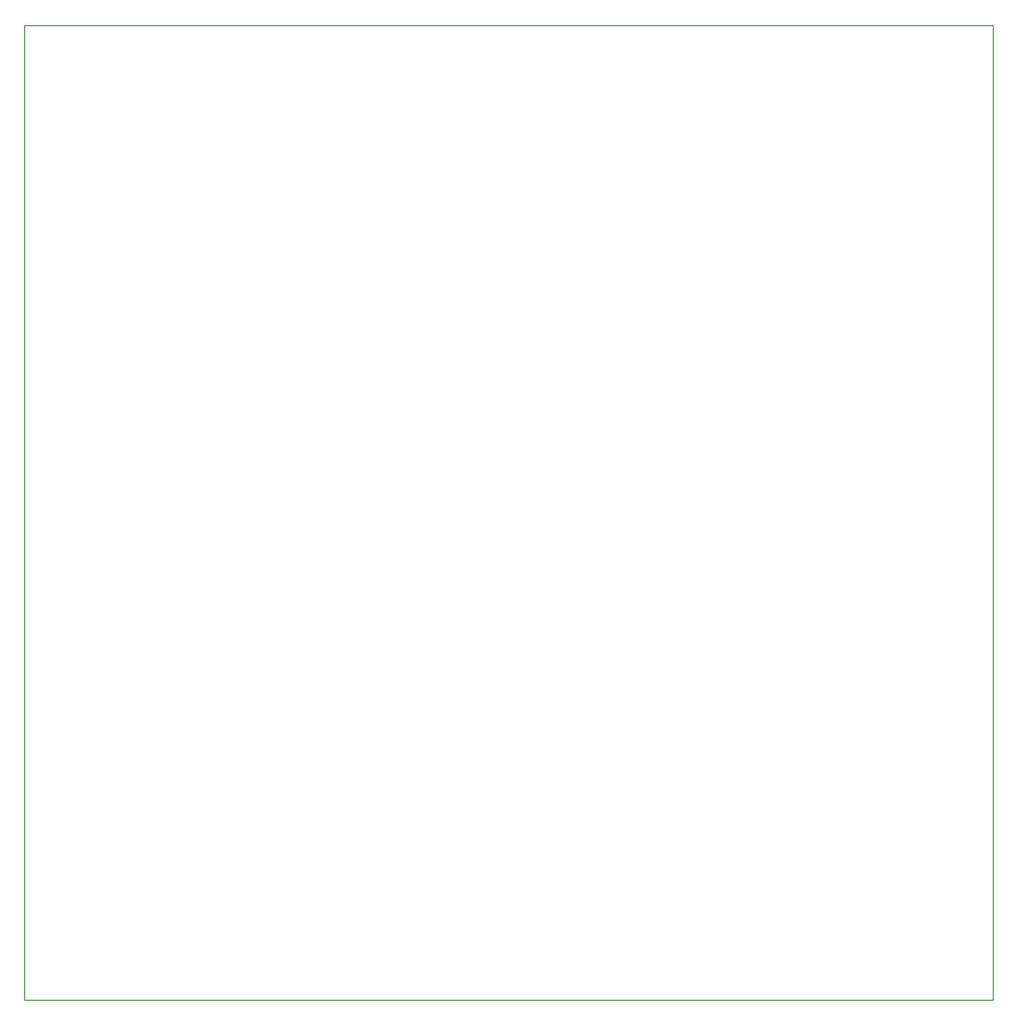
<source format=gm1>
G04 #@! TF.GenerationSoftware,KiCad,Pcbnew,(5.1.9)-1*
G04 #@! TF.CreationDate,2021-04-04T23:11:42-07:00*
G04 #@! TF.ProjectId,vsps_power,76737073-5f70-46f7-9765-722e6b696361,rev?*
G04 #@! TF.SameCoordinates,Original*
G04 #@! TF.FileFunction,Profile,NP*
%FSLAX46Y46*%
G04 Gerber Fmt 4.6, Leading zero omitted, Abs format (unit mm)*
G04 Created by KiCad (PCBNEW (5.1.9)-1) date 2021-04-04 23:11:42*
%MOMM*%
%LPD*%
G01*
G04 APERTURE LIST*
G04 #@! TA.AperFunction,Profile*
%ADD10C,0.050000*%
G04 #@! TD*
G04 APERTURE END LIST*
D10*
X142500000Y-145000000D02*
X58000000Y-145000000D01*
X142500000Y-60000000D02*
X142500000Y-145000000D01*
X58000000Y-60000000D02*
X142500000Y-60000000D01*
X58000000Y-145000000D02*
X58000000Y-60000000D01*
M02*

</source>
